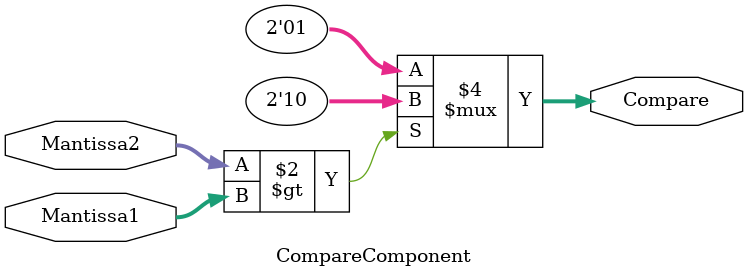
<source format=v>
`timescale 1ns / 1ps
module CompareComponent( Mantissa1 , Mantissa2 , Compare
    );
	 
	 parameter DataSize = 8 ; // Mantissa Size 
	 
	 parameter Equal   = 2'b00 , // The both Mantissas are equal (there is no need for it)
				  Greater = 2'b01 , // Mantissa1 is greater than Mantissa2
				  Less    = 2'b10 ; // Mantissa2 is greater than Mantissa2
	 
	 input [ DataSize - 1 : 0 ] Mantissa1 , Mantissa2 ; 
	 
	 output [ 1 : 0 ] Compare ; 
	 reg [ 1 : 0 ] Compare ;
	 
	 // to omptimize the code there is no need for equal case
	 // as if the effective operation substraction and the exponent and mantissa is equale
	 // the result is zero and one of them is must be inverted to be correct and get zero value 
	 // so it can be included in one of those cases here it the same as Greater.
	 // and in case of the difference of exponent is not zero there is no need to know 
	 // the compare signal, so this optimization is also valid
	 always @( Mantissa1 or Mantissa2)
		begin : COMPARE_significands
			if ( Mantissa2 > Mantissa1 )
				begin 
					Compare = Less ;
				end
			else 
				begin 
					Compare = Greater ; 
				end
		end

endmodule

</source>
